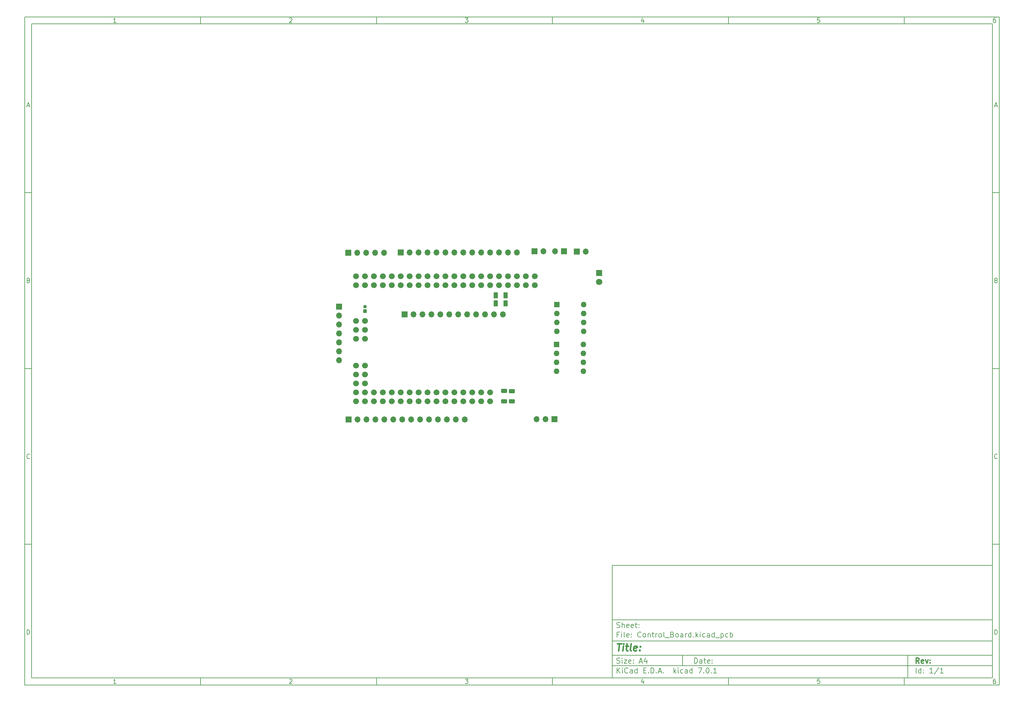
<source format=gbr>
%TF.GenerationSoftware,KiCad,Pcbnew,7.0.1*%
%TF.CreationDate,2023-09-27T13:27:15+00:00*%
%TF.ProjectId,Control_Board,436f6e74-726f-46c5-9f42-6f6172642e6b,rev?*%
%TF.SameCoordinates,Original*%
%TF.FileFunction,Soldermask,Bot*%
%TF.FilePolarity,Negative*%
%FSLAX45Y45*%
G04 Gerber Fmt 4.5, Leading zero omitted, Abs format (unit mm)*
G04 Created by KiCad (PCBNEW 7.0.1) date 2023-09-27 13:27:15*
%MOMM*%
%LPD*%
G01*
G04 APERTURE LIST*
G04 Aperture macros list*
%AMRoundRect*
0 Rectangle with rounded corners*
0 $1 Rounding radius*
0 $2 $3 $4 $5 $6 $7 $8 $9 X,Y pos of 4 corners*
0 Add a 4 corners polygon primitive as box body*
4,1,4,$2,$3,$4,$5,$6,$7,$8,$9,$2,$3,0*
0 Add four circle primitives for the rounded corners*
1,1,$1+$1,$2,$3*
1,1,$1+$1,$4,$5*
1,1,$1+$1,$6,$7*
1,1,$1+$1,$8,$9*
0 Add four rect primitives between the rounded corners*
20,1,$1+$1,$2,$3,$4,$5,0*
20,1,$1+$1,$4,$5,$6,$7,0*
20,1,$1+$1,$6,$7,$8,$9,0*
20,1,$1+$1,$8,$9,$2,$3,0*%
G04 Aperture macros list end*
%ADD10C,0.100000*%
%ADD11C,0.150000*%
%ADD12C,0.300000*%
%ADD13C,0.400000*%
%ADD14R,1.600000X1.600000*%
%ADD15O,1.600000X1.600000*%
%ADD16R,1.800000X1.800000*%
%ADD17C,1.800000*%
%ADD18R,1.700000X1.700000*%
%ADD19O,1.700000X1.700000*%
%ADD20R,1.000000X1.000000*%
%ADD21O,1.000000X1.000000*%
%ADD22C,1.676400*%
%ADD23RoundRect,0.250000X-0.625000X0.312500X-0.625000X-0.312500X0.625000X-0.312500X0.625000X0.312500X0*%
%ADD24RoundRect,0.250000X-0.375000X-0.625000X0.375000X-0.625000X0.375000X0.625000X-0.375000X0.625000X0*%
%ADD25RoundRect,0.250000X0.625000X-0.312500X0.625000X0.312500X-0.625000X0.312500X-0.625000X-0.312500X0*%
G04 APERTURE END LIST*
D10*
D11*
X17700220Y-16600720D02*
X28500220Y-16600720D01*
X28500220Y-19800720D01*
X17700220Y-19800720D01*
X17700220Y-16600720D01*
D10*
D11*
X1000000Y-1000000D02*
X28700220Y-1000000D01*
X28700220Y-20000720D01*
X1000000Y-20000720D01*
X1000000Y-1000000D01*
D10*
D11*
X1200000Y-1200000D02*
X28500220Y-1200000D01*
X28500220Y-19800720D01*
X1200000Y-19800720D01*
X1200000Y-1200000D01*
D10*
D11*
X6000000Y-1200000D02*
X6000000Y-1000000D01*
D10*
D11*
X11000000Y-1200000D02*
X11000000Y-1000000D01*
D10*
D11*
X16000000Y-1200000D02*
X16000000Y-1000000D01*
D10*
D11*
X21000000Y-1200000D02*
X21000000Y-1000000D01*
D10*
D11*
X26000000Y-1200000D02*
X26000000Y-1000000D01*
D10*
D11*
X3599048Y-1160140D02*
X3524762Y-1160140D01*
X3561905Y-1160140D02*
X3561905Y-1030140D01*
X3561905Y-1030140D02*
X3549524Y-1048712D01*
X3549524Y-1048712D02*
X3537143Y-1061093D01*
X3537143Y-1061093D02*
X3524762Y-1067283D01*
D10*
D11*
X8524762Y-1042521D02*
X8530952Y-1036331D01*
X8530952Y-1036331D02*
X8543333Y-1030140D01*
X8543333Y-1030140D02*
X8574286Y-1030140D01*
X8574286Y-1030140D02*
X8586667Y-1036331D01*
X8586667Y-1036331D02*
X8592857Y-1042521D01*
X8592857Y-1042521D02*
X8599048Y-1054902D01*
X8599048Y-1054902D02*
X8599048Y-1067283D01*
X8599048Y-1067283D02*
X8592857Y-1085855D01*
X8592857Y-1085855D02*
X8518571Y-1160140D01*
X8518571Y-1160140D02*
X8599048Y-1160140D01*
D10*
D11*
X13518571Y-1030140D02*
X13599048Y-1030140D01*
X13599048Y-1030140D02*
X13555714Y-1079664D01*
X13555714Y-1079664D02*
X13574286Y-1079664D01*
X13574286Y-1079664D02*
X13586667Y-1085855D01*
X13586667Y-1085855D02*
X13592857Y-1092045D01*
X13592857Y-1092045D02*
X13599048Y-1104426D01*
X13599048Y-1104426D02*
X13599048Y-1135379D01*
X13599048Y-1135379D02*
X13592857Y-1147760D01*
X13592857Y-1147760D02*
X13586667Y-1153950D01*
X13586667Y-1153950D02*
X13574286Y-1160140D01*
X13574286Y-1160140D02*
X13537143Y-1160140D01*
X13537143Y-1160140D02*
X13524762Y-1153950D01*
X13524762Y-1153950D02*
X13518571Y-1147760D01*
D10*
D11*
X18586667Y-1073474D02*
X18586667Y-1160140D01*
X18555714Y-1023950D02*
X18524762Y-1116807D01*
X18524762Y-1116807D02*
X18605238Y-1116807D01*
D10*
D11*
X23592857Y-1030140D02*
X23530952Y-1030140D01*
X23530952Y-1030140D02*
X23524762Y-1092045D01*
X23524762Y-1092045D02*
X23530952Y-1085855D01*
X23530952Y-1085855D02*
X23543333Y-1079664D01*
X23543333Y-1079664D02*
X23574286Y-1079664D01*
X23574286Y-1079664D02*
X23586667Y-1085855D01*
X23586667Y-1085855D02*
X23592857Y-1092045D01*
X23592857Y-1092045D02*
X23599048Y-1104426D01*
X23599048Y-1104426D02*
X23599048Y-1135379D01*
X23599048Y-1135379D02*
X23592857Y-1147760D01*
X23592857Y-1147760D02*
X23586667Y-1153950D01*
X23586667Y-1153950D02*
X23574286Y-1160140D01*
X23574286Y-1160140D02*
X23543333Y-1160140D01*
X23543333Y-1160140D02*
X23530952Y-1153950D01*
X23530952Y-1153950D02*
X23524762Y-1147760D01*
D10*
D11*
X28586667Y-1030140D02*
X28561905Y-1030140D01*
X28561905Y-1030140D02*
X28549524Y-1036331D01*
X28549524Y-1036331D02*
X28543333Y-1042521D01*
X28543333Y-1042521D02*
X28530952Y-1061093D01*
X28530952Y-1061093D02*
X28524762Y-1085855D01*
X28524762Y-1085855D02*
X28524762Y-1135379D01*
X28524762Y-1135379D02*
X28530952Y-1147760D01*
X28530952Y-1147760D02*
X28537143Y-1153950D01*
X28537143Y-1153950D02*
X28549524Y-1160140D01*
X28549524Y-1160140D02*
X28574286Y-1160140D01*
X28574286Y-1160140D02*
X28586667Y-1153950D01*
X28586667Y-1153950D02*
X28592857Y-1147760D01*
X28592857Y-1147760D02*
X28599048Y-1135379D01*
X28599048Y-1135379D02*
X28599048Y-1104426D01*
X28599048Y-1104426D02*
X28592857Y-1092045D01*
X28592857Y-1092045D02*
X28586667Y-1085855D01*
X28586667Y-1085855D02*
X28574286Y-1079664D01*
X28574286Y-1079664D02*
X28549524Y-1079664D01*
X28549524Y-1079664D02*
X28537143Y-1085855D01*
X28537143Y-1085855D02*
X28530952Y-1092045D01*
X28530952Y-1092045D02*
X28524762Y-1104426D01*
D10*
D11*
X6000000Y-19800720D02*
X6000000Y-20000720D01*
D10*
D11*
X11000000Y-19800720D02*
X11000000Y-20000720D01*
D10*
D11*
X16000000Y-19800720D02*
X16000000Y-20000720D01*
D10*
D11*
X21000000Y-19800720D02*
X21000000Y-20000720D01*
D10*
D11*
X26000000Y-19800720D02*
X26000000Y-20000720D01*
D10*
D11*
X3599048Y-19960860D02*
X3524762Y-19960860D01*
X3561905Y-19960860D02*
X3561905Y-19830860D01*
X3561905Y-19830860D02*
X3549524Y-19849432D01*
X3549524Y-19849432D02*
X3537143Y-19861813D01*
X3537143Y-19861813D02*
X3524762Y-19868003D01*
D10*
D11*
X8524762Y-19843241D02*
X8530952Y-19837051D01*
X8530952Y-19837051D02*
X8543333Y-19830860D01*
X8543333Y-19830860D02*
X8574286Y-19830860D01*
X8574286Y-19830860D02*
X8586667Y-19837051D01*
X8586667Y-19837051D02*
X8592857Y-19843241D01*
X8592857Y-19843241D02*
X8599048Y-19855622D01*
X8599048Y-19855622D02*
X8599048Y-19868003D01*
X8599048Y-19868003D02*
X8592857Y-19886575D01*
X8592857Y-19886575D02*
X8518571Y-19960860D01*
X8518571Y-19960860D02*
X8599048Y-19960860D01*
D10*
D11*
X13518571Y-19830860D02*
X13599048Y-19830860D01*
X13599048Y-19830860D02*
X13555714Y-19880384D01*
X13555714Y-19880384D02*
X13574286Y-19880384D01*
X13574286Y-19880384D02*
X13586667Y-19886575D01*
X13586667Y-19886575D02*
X13592857Y-19892765D01*
X13592857Y-19892765D02*
X13599048Y-19905146D01*
X13599048Y-19905146D02*
X13599048Y-19936099D01*
X13599048Y-19936099D02*
X13592857Y-19948480D01*
X13592857Y-19948480D02*
X13586667Y-19954670D01*
X13586667Y-19954670D02*
X13574286Y-19960860D01*
X13574286Y-19960860D02*
X13537143Y-19960860D01*
X13537143Y-19960860D02*
X13524762Y-19954670D01*
X13524762Y-19954670D02*
X13518571Y-19948480D01*
D10*
D11*
X18586667Y-19874194D02*
X18586667Y-19960860D01*
X18555714Y-19824670D02*
X18524762Y-19917527D01*
X18524762Y-19917527D02*
X18605238Y-19917527D01*
D10*
D11*
X23592857Y-19830860D02*
X23530952Y-19830860D01*
X23530952Y-19830860D02*
X23524762Y-19892765D01*
X23524762Y-19892765D02*
X23530952Y-19886575D01*
X23530952Y-19886575D02*
X23543333Y-19880384D01*
X23543333Y-19880384D02*
X23574286Y-19880384D01*
X23574286Y-19880384D02*
X23586667Y-19886575D01*
X23586667Y-19886575D02*
X23592857Y-19892765D01*
X23592857Y-19892765D02*
X23599048Y-19905146D01*
X23599048Y-19905146D02*
X23599048Y-19936099D01*
X23599048Y-19936099D02*
X23592857Y-19948480D01*
X23592857Y-19948480D02*
X23586667Y-19954670D01*
X23586667Y-19954670D02*
X23574286Y-19960860D01*
X23574286Y-19960860D02*
X23543333Y-19960860D01*
X23543333Y-19960860D02*
X23530952Y-19954670D01*
X23530952Y-19954670D02*
X23524762Y-19948480D01*
D10*
D11*
X28586667Y-19830860D02*
X28561905Y-19830860D01*
X28561905Y-19830860D02*
X28549524Y-19837051D01*
X28549524Y-19837051D02*
X28543333Y-19843241D01*
X28543333Y-19843241D02*
X28530952Y-19861813D01*
X28530952Y-19861813D02*
X28524762Y-19886575D01*
X28524762Y-19886575D02*
X28524762Y-19936099D01*
X28524762Y-19936099D02*
X28530952Y-19948480D01*
X28530952Y-19948480D02*
X28537143Y-19954670D01*
X28537143Y-19954670D02*
X28549524Y-19960860D01*
X28549524Y-19960860D02*
X28574286Y-19960860D01*
X28574286Y-19960860D02*
X28586667Y-19954670D01*
X28586667Y-19954670D02*
X28592857Y-19948480D01*
X28592857Y-19948480D02*
X28599048Y-19936099D01*
X28599048Y-19936099D02*
X28599048Y-19905146D01*
X28599048Y-19905146D02*
X28592857Y-19892765D01*
X28592857Y-19892765D02*
X28586667Y-19886575D01*
X28586667Y-19886575D02*
X28574286Y-19880384D01*
X28574286Y-19880384D02*
X28549524Y-19880384D01*
X28549524Y-19880384D02*
X28537143Y-19886575D01*
X28537143Y-19886575D02*
X28530952Y-19892765D01*
X28530952Y-19892765D02*
X28524762Y-19905146D01*
D10*
D11*
X1000000Y-6000000D02*
X1200000Y-6000000D01*
D10*
D11*
X1000000Y-11000000D02*
X1200000Y-11000000D01*
D10*
D11*
X1000000Y-16000000D02*
X1200000Y-16000000D01*
D10*
D11*
X1069048Y-3522998D02*
X1130952Y-3522998D01*
X1056667Y-3560140D02*
X1100000Y-3430140D01*
X1100000Y-3430140D02*
X1143333Y-3560140D01*
D10*
D11*
X1109286Y-8492045D02*
X1127857Y-8498236D01*
X1127857Y-8498236D02*
X1134048Y-8504426D01*
X1134048Y-8504426D02*
X1140238Y-8516807D01*
X1140238Y-8516807D02*
X1140238Y-8535379D01*
X1140238Y-8535379D02*
X1134048Y-8547760D01*
X1134048Y-8547760D02*
X1127857Y-8553950D01*
X1127857Y-8553950D02*
X1115476Y-8560140D01*
X1115476Y-8560140D02*
X1065952Y-8560140D01*
X1065952Y-8560140D02*
X1065952Y-8430140D01*
X1065952Y-8430140D02*
X1109286Y-8430140D01*
X1109286Y-8430140D02*
X1121667Y-8436331D01*
X1121667Y-8436331D02*
X1127857Y-8442521D01*
X1127857Y-8442521D02*
X1134048Y-8454902D01*
X1134048Y-8454902D02*
X1134048Y-8467283D01*
X1134048Y-8467283D02*
X1127857Y-8479664D01*
X1127857Y-8479664D02*
X1121667Y-8485855D01*
X1121667Y-8485855D02*
X1109286Y-8492045D01*
X1109286Y-8492045D02*
X1065952Y-8492045D01*
D10*
D11*
X1140238Y-13547759D02*
X1134048Y-13553950D01*
X1134048Y-13553950D02*
X1115476Y-13560140D01*
X1115476Y-13560140D02*
X1103095Y-13560140D01*
X1103095Y-13560140D02*
X1084524Y-13553950D01*
X1084524Y-13553950D02*
X1072143Y-13541569D01*
X1072143Y-13541569D02*
X1065952Y-13529188D01*
X1065952Y-13529188D02*
X1059762Y-13504426D01*
X1059762Y-13504426D02*
X1059762Y-13485855D01*
X1059762Y-13485855D02*
X1065952Y-13461093D01*
X1065952Y-13461093D02*
X1072143Y-13448712D01*
X1072143Y-13448712D02*
X1084524Y-13436331D01*
X1084524Y-13436331D02*
X1103095Y-13430140D01*
X1103095Y-13430140D02*
X1115476Y-13430140D01*
X1115476Y-13430140D02*
X1134048Y-13436331D01*
X1134048Y-13436331D02*
X1140238Y-13442521D01*
D10*
D11*
X1065952Y-18560140D02*
X1065952Y-18430140D01*
X1065952Y-18430140D02*
X1096905Y-18430140D01*
X1096905Y-18430140D02*
X1115476Y-18436331D01*
X1115476Y-18436331D02*
X1127857Y-18448712D01*
X1127857Y-18448712D02*
X1134048Y-18461093D01*
X1134048Y-18461093D02*
X1140238Y-18485855D01*
X1140238Y-18485855D02*
X1140238Y-18504426D01*
X1140238Y-18504426D02*
X1134048Y-18529188D01*
X1134048Y-18529188D02*
X1127857Y-18541569D01*
X1127857Y-18541569D02*
X1115476Y-18553950D01*
X1115476Y-18553950D02*
X1096905Y-18560140D01*
X1096905Y-18560140D02*
X1065952Y-18560140D01*
D10*
D11*
X28700220Y-6000000D02*
X28500220Y-6000000D01*
D10*
D11*
X28700220Y-11000000D02*
X28500220Y-11000000D01*
D10*
D11*
X28700220Y-16000000D02*
X28500220Y-16000000D01*
D10*
D11*
X28569268Y-3522998D02*
X28631172Y-3522998D01*
X28556887Y-3560140D02*
X28600220Y-3430140D01*
X28600220Y-3430140D02*
X28643553Y-3560140D01*
D10*
D11*
X28609506Y-8492045D02*
X28628077Y-8498236D01*
X28628077Y-8498236D02*
X28634268Y-8504426D01*
X28634268Y-8504426D02*
X28640458Y-8516807D01*
X28640458Y-8516807D02*
X28640458Y-8535379D01*
X28640458Y-8535379D02*
X28634268Y-8547760D01*
X28634268Y-8547760D02*
X28628077Y-8553950D01*
X28628077Y-8553950D02*
X28615696Y-8560140D01*
X28615696Y-8560140D02*
X28566172Y-8560140D01*
X28566172Y-8560140D02*
X28566172Y-8430140D01*
X28566172Y-8430140D02*
X28609506Y-8430140D01*
X28609506Y-8430140D02*
X28621887Y-8436331D01*
X28621887Y-8436331D02*
X28628077Y-8442521D01*
X28628077Y-8442521D02*
X28634268Y-8454902D01*
X28634268Y-8454902D02*
X28634268Y-8467283D01*
X28634268Y-8467283D02*
X28628077Y-8479664D01*
X28628077Y-8479664D02*
X28621887Y-8485855D01*
X28621887Y-8485855D02*
X28609506Y-8492045D01*
X28609506Y-8492045D02*
X28566172Y-8492045D01*
D10*
D11*
X28640458Y-13547759D02*
X28634268Y-13553950D01*
X28634268Y-13553950D02*
X28615696Y-13560140D01*
X28615696Y-13560140D02*
X28603315Y-13560140D01*
X28603315Y-13560140D02*
X28584744Y-13553950D01*
X28584744Y-13553950D02*
X28572363Y-13541569D01*
X28572363Y-13541569D02*
X28566172Y-13529188D01*
X28566172Y-13529188D02*
X28559982Y-13504426D01*
X28559982Y-13504426D02*
X28559982Y-13485855D01*
X28559982Y-13485855D02*
X28566172Y-13461093D01*
X28566172Y-13461093D02*
X28572363Y-13448712D01*
X28572363Y-13448712D02*
X28584744Y-13436331D01*
X28584744Y-13436331D02*
X28603315Y-13430140D01*
X28603315Y-13430140D02*
X28615696Y-13430140D01*
X28615696Y-13430140D02*
X28634268Y-13436331D01*
X28634268Y-13436331D02*
X28640458Y-13442521D01*
D10*
D11*
X28566172Y-18560140D02*
X28566172Y-18430140D01*
X28566172Y-18430140D02*
X28597125Y-18430140D01*
X28597125Y-18430140D02*
X28615696Y-18436331D01*
X28615696Y-18436331D02*
X28628077Y-18448712D01*
X28628077Y-18448712D02*
X28634268Y-18461093D01*
X28634268Y-18461093D02*
X28640458Y-18485855D01*
X28640458Y-18485855D02*
X28640458Y-18504426D01*
X28640458Y-18504426D02*
X28634268Y-18529188D01*
X28634268Y-18529188D02*
X28628077Y-18541569D01*
X28628077Y-18541569D02*
X28615696Y-18553950D01*
X28615696Y-18553950D02*
X28597125Y-18560140D01*
X28597125Y-18560140D02*
X28566172Y-18560140D01*
D10*
D11*
X20035934Y-19380113D02*
X20035934Y-19230113D01*
X20035934Y-19230113D02*
X20071649Y-19230113D01*
X20071649Y-19230113D02*
X20093077Y-19237256D01*
X20093077Y-19237256D02*
X20107363Y-19251541D01*
X20107363Y-19251541D02*
X20114506Y-19265827D01*
X20114506Y-19265827D02*
X20121649Y-19294399D01*
X20121649Y-19294399D02*
X20121649Y-19315827D01*
X20121649Y-19315827D02*
X20114506Y-19344399D01*
X20114506Y-19344399D02*
X20107363Y-19358684D01*
X20107363Y-19358684D02*
X20093077Y-19372970D01*
X20093077Y-19372970D02*
X20071649Y-19380113D01*
X20071649Y-19380113D02*
X20035934Y-19380113D01*
X20250220Y-19380113D02*
X20250220Y-19301541D01*
X20250220Y-19301541D02*
X20243077Y-19287256D01*
X20243077Y-19287256D02*
X20228791Y-19280113D01*
X20228791Y-19280113D02*
X20200220Y-19280113D01*
X20200220Y-19280113D02*
X20185934Y-19287256D01*
X20250220Y-19372970D02*
X20235934Y-19380113D01*
X20235934Y-19380113D02*
X20200220Y-19380113D01*
X20200220Y-19380113D02*
X20185934Y-19372970D01*
X20185934Y-19372970D02*
X20178791Y-19358684D01*
X20178791Y-19358684D02*
X20178791Y-19344399D01*
X20178791Y-19344399D02*
X20185934Y-19330113D01*
X20185934Y-19330113D02*
X20200220Y-19322970D01*
X20200220Y-19322970D02*
X20235934Y-19322970D01*
X20235934Y-19322970D02*
X20250220Y-19315827D01*
X20300220Y-19280113D02*
X20357363Y-19280113D01*
X20321649Y-19230113D02*
X20321649Y-19358684D01*
X20321649Y-19358684D02*
X20328791Y-19372970D01*
X20328791Y-19372970D02*
X20343077Y-19380113D01*
X20343077Y-19380113D02*
X20357363Y-19380113D01*
X20464506Y-19372970D02*
X20450220Y-19380113D01*
X20450220Y-19380113D02*
X20421649Y-19380113D01*
X20421649Y-19380113D02*
X20407363Y-19372970D01*
X20407363Y-19372970D02*
X20400220Y-19358684D01*
X20400220Y-19358684D02*
X20400220Y-19301541D01*
X20400220Y-19301541D02*
X20407363Y-19287256D01*
X20407363Y-19287256D02*
X20421649Y-19280113D01*
X20421649Y-19280113D02*
X20450220Y-19280113D01*
X20450220Y-19280113D02*
X20464506Y-19287256D01*
X20464506Y-19287256D02*
X20471649Y-19301541D01*
X20471649Y-19301541D02*
X20471649Y-19315827D01*
X20471649Y-19315827D02*
X20400220Y-19330113D01*
X20535934Y-19365827D02*
X20543077Y-19372970D01*
X20543077Y-19372970D02*
X20535934Y-19380113D01*
X20535934Y-19380113D02*
X20528791Y-19372970D01*
X20528791Y-19372970D02*
X20535934Y-19365827D01*
X20535934Y-19365827D02*
X20535934Y-19380113D01*
X20535934Y-19287256D02*
X20543077Y-19294399D01*
X20543077Y-19294399D02*
X20535934Y-19301541D01*
X20535934Y-19301541D02*
X20528791Y-19294399D01*
X20528791Y-19294399D02*
X20535934Y-19287256D01*
X20535934Y-19287256D02*
X20535934Y-19301541D01*
D10*
D11*
X17700220Y-19450720D02*
X28500220Y-19450720D01*
D10*
D11*
X17835934Y-19660113D02*
X17835934Y-19510113D01*
X17921649Y-19660113D02*
X17857363Y-19574399D01*
X17921649Y-19510113D02*
X17835934Y-19595827D01*
X17985934Y-19660113D02*
X17985934Y-19560113D01*
X17985934Y-19510113D02*
X17978791Y-19517256D01*
X17978791Y-19517256D02*
X17985934Y-19524399D01*
X17985934Y-19524399D02*
X17993077Y-19517256D01*
X17993077Y-19517256D02*
X17985934Y-19510113D01*
X17985934Y-19510113D02*
X17985934Y-19524399D01*
X18143077Y-19645827D02*
X18135934Y-19652970D01*
X18135934Y-19652970D02*
X18114506Y-19660113D01*
X18114506Y-19660113D02*
X18100220Y-19660113D01*
X18100220Y-19660113D02*
X18078791Y-19652970D01*
X18078791Y-19652970D02*
X18064506Y-19638684D01*
X18064506Y-19638684D02*
X18057363Y-19624399D01*
X18057363Y-19624399D02*
X18050220Y-19595827D01*
X18050220Y-19595827D02*
X18050220Y-19574399D01*
X18050220Y-19574399D02*
X18057363Y-19545827D01*
X18057363Y-19545827D02*
X18064506Y-19531541D01*
X18064506Y-19531541D02*
X18078791Y-19517256D01*
X18078791Y-19517256D02*
X18100220Y-19510113D01*
X18100220Y-19510113D02*
X18114506Y-19510113D01*
X18114506Y-19510113D02*
X18135934Y-19517256D01*
X18135934Y-19517256D02*
X18143077Y-19524399D01*
X18271649Y-19660113D02*
X18271649Y-19581541D01*
X18271649Y-19581541D02*
X18264506Y-19567256D01*
X18264506Y-19567256D02*
X18250220Y-19560113D01*
X18250220Y-19560113D02*
X18221649Y-19560113D01*
X18221649Y-19560113D02*
X18207363Y-19567256D01*
X18271649Y-19652970D02*
X18257363Y-19660113D01*
X18257363Y-19660113D02*
X18221649Y-19660113D01*
X18221649Y-19660113D02*
X18207363Y-19652970D01*
X18207363Y-19652970D02*
X18200220Y-19638684D01*
X18200220Y-19638684D02*
X18200220Y-19624399D01*
X18200220Y-19624399D02*
X18207363Y-19610113D01*
X18207363Y-19610113D02*
X18221649Y-19602970D01*
X18221649Y-19602970D02*
X18257363Y-19602970D01*
X18257363Y-19602970D02*
X18271649Y-19595827D01*
X18407363Y-19660113D02*
X18407363Y-19510113D01*
X18407363Y-19652970D02*
X18393077Y-19660113D01*
X18393077Y-19660113D02*
X18364506Y-19660113D01*
X18364506Y-19660113D02*
X18350220Y-19652970D01*
X18350220Y-19652970D02*
X18343077Y-19645827D01*
X18343077Y-19645827D02*
X18335934Y-19631541D01*
X18335934Y-19631541D02*
X18335934Y-19588684D01*
X18335934Y-19588684D02*
X18343077Y-19574399D01*
X18343077Y-19574399D02*
X18350220Y-19567256D01*
X18350220Y-19567256D02*
X18364506Y-19560113D01*
X18364506Y-19560113D02*
X18393077Y-19560113D01*
X18393077Y-19560113D02*
X18407363Y-19567256D01*
X18593077Y-19581541D02*
X18643077Y-19581541D01*
X18664506Y-19660113D02*
X18593077Y-19660113D01*
X18593077Y-19660113D02*
X18593077Y-19510113D01*
X18593077Y-19510113D02*
X18664506Y-19510113D01*
X18728791Y-19645827D02*
X18735934Y-19652970D01*
X18735934Y-19652970D02*
X18728791Y-19660113D01*
X18728791Y-19660113D02*
X18721649Y-19652970D01*
X18721649Y-19652970D02*
X18728791Y-19645827D01*
X18728791Y-19645827D02*
X18728791Y-19660113D01*
X18800220Y-19660113D02*
X18800220Y-19510113D01*
X18800220Y-19510113D02*
X18835934Y-19510113D01*
X18835934Y-19510113D02*
X18857363Y-19517256D01*
X18857363Y-19517256D02*
X18871649Y-19531541D01*
X18871649Y-19531541D02*
X18878792Y-19545827D01*
X18878792Y-19545827D02*
X18885934Y-19574399D01*
X18885934Y-19574399D02*
X18885934Y-19595827D01*
X18885934Y-19595827D02*
X18878792Y-19624399D01*
X18878792Y-19624399D02*
X18871649Y-19638684D01*
X18871649Y-19638684D02*
X18857363Y-19652970D01*
X18857363Y-19652970D02*
X18835934Y-19660113D01*
X18835934Y-19660113D02*
X18800220Y-19660113D01*
X18950220Y-19645827D02*
X18957363Y-19652970D01*
X18957363Y-19652970D02*
X18950220Y-19660113D01*
X18950220Y-19660113D02*
X18943077Y-19652970D01*
X18943077Y-19652970D02*
X18950220Y-19645827D01*
X18950220Y-19645827D02*
X18950220Y-19660113D01*
X19014506Y-19617256D02*
X19085934Y-19617256D01*
X19000220Y-19660113D02*
X19050220Y-19510113D01*
X19050220Y-19510113D02*
X19100220Y-19660113D01*
X19150220Y-19645827D02*
X19157363Y-19652970D01*
X19157363Y-19652970D02*
X19150220Y-19660113D01*
X19150220Y-19660113D02*
X19143077Y-19652970D01*
X19143077Y-19652970D02*
X19150220Y-19645827D01*
X19150220Y-19645827D02*
X19150220Y-19660113D01*
X19450220Y-19660113D02*
X19450220Y-19510113D01*
X19464506Y-19602970D02*
X19507363Y-19660113D01*
X19507363Y-19560113D02*
X19450220Y-19617256D01*
X19571649Y-19660113D02*
X19571649Y-19560113D01*
X19571649Y-19510113D02*
X19564506Y-19517256D01*
X19564506Y-19517256D02*
X19571649Y-19524399D01*
X19571649Y-19524399D02*
X19578792Y-19517256D01*
X19578792Y-19517256D02*
X19571649Y-19510113D01*
X19571649Y-19510113D02*
X19571649Y-19524399D01*
X19707363Y-19652970D02*
X19693077Y-19660113D01*
X19693077Y-19660113D02*
X19664506Y-19660113D01*
X19664506Y-19660113D02*
X19650220Y-19652970D01*
X19650220Y-19652970D02*
X19643077Y-19645827D01*
X19643077Y-19645827D02*
X19635934Y-19631541D01*
X19635934Y-19631541D02*
X19635934Y-19588684D01*
X19635934Y-19588684D02*
X19643077Y-19574399D01*
X19643077Y-19574399D02*
X19650220Y-19567256D01*
X19650220Y-19567256D02*
X19664506Y-19560113D01*
X19664506Y-19560113D02*
X19693077Y-19560113D01*
X19693077Y-19560113D02*
X19707363Y-19567256D01*
X19835934Y-19660113D02*
X19835934Y-19581541D01*
X19835934Y-19581541D02*
X19828792Y-19567256D01*
X19828792Y-19567256D02*
X19814506Y-19560113D01*
X19814506Y-19560113D02*
X19785934Y-19560113D01*
X19785934Y-19560113D02*
X19771649Y-19567256D01*
X19835934Y-19652970D02*
X19821649Y-19660113D01*
X19821649Y-19660113D02*
X19785934Y-19660113D01*
X19785934Y-19660113D02*
X19771649Y-19652970D01*
X19771649Y-19652970D02*
X19764506Y-19638684D01*
X19764506Y-19638684D02*
X19764506Y-19624399D01*
X19764506Y-19624399D02*
X19771649Y-19610113D01*
X19771649Y-19610113D02*
X19785934Y-19602970D01*
X19785934Y-19602970D02*
X19821649Y-19602970D01*
X19821649Y-19602970D02*
X19835934Y-19595827D01*
X19971649Y-19660113D02*
X19971649Y-19510113D01*
X19971649Y-19652970D02*
X19957363Y-19660113D01*
X19957363Y-19660113D02*
X19928792Y-19660113D01*
X19928792Y-19660113D02*
X19914506Y-19652970D01*
X19914506Y-19652970D02*
X19907363Y-19645827D01*
X19907363Y-19645827D02*
X19900220Y-19631541D01*
X19900220Y-19631541D02*
X19900220Y-19588684D01*
X19900220Y-19588684D02*
X19907363Y-19574399D01*
X19907363Y-19574399D02*
X19914506Y-19567256D01*
X19914506Y-19567256D02*
X19928792Y-19560113D01*
X19928792Y-19560113D02*
X19957363Y-19560113D01*
X19957363Y-19560113D02*
X19971649Y-19567256D01*
X20143077Y-19510113D02*
X20243077Y-19510113D01*
X20243077Y-19510113D02*
X20178792Y-19660113D01*
X20300220Y-19645827D02*
X20307363Y-19652970D01*
X20307363Y-19652970D02*
X20300220Y-19660113D01*
X20300220Y-19660113D02*
X20293077Y-19652970D01*
X20293077Y-19652970D02*
X20300220Y-19645827D01*
X20300220Y-19645827D02*
X20300220Y-19660113D01*
X20400220Y-19510113D02*
X20414506Y-19510113D01*
X20414506Y-19510113D02*
X20428792Y-19517256D01*
X20428792Y-19517256D02*
X20435934Y-19524399D01*
X20435934Y-19524399D02*
X20443077Y-19538684D01*
X20443077Y-19538684D02*
X20450220Y-19567256D01*
X20450220Y-19567256D02*
X20450220Y-19602970D01*
X20450220Y-19602970D02*
X20443077Y-19631541D01*
X20443077Y-19631541D02*
X20435934Y-19645827D01*
X20435934Y-19645827D02*
X20428792Y-19652970D01*
X20428792Y-19652970D02*
X20414506Y-19660113D01*
X20414506Y-19660113D02*
X20400220Y-19660113D01*
X20400220Y-19660113D02*
X20385934Y-19652970D01*
X20385934Y-19652970D02*
X20378792Y-19645827D01*
X20378792Y-19645827D02*
X20371649Y-19631541D01*
X20371649Y-19631541D02*
X20364506Y-19602970D01*
X20364506Y-19602970D02*
X20364506Y-19567256D01*
X20364506Y-19567256D02*
X20371649Y-19538684D01*
X20371649Y-19538684D02*
X20378792Y-19524399D01*
X20378792Y-19524399D02*
X20385934Y-19517256D01*
X20385934Y-19517256D02*
X20400220Y-19510113D01*
X20514506Y-19645827D02*
X20521649Y-19652970D01*
X20521649Y-19652970D02*
X20514506Y-19660113D01*
X20514506Y-19660113D02*
X20507363Y-19652970D01*
X20507363Y-19652970D02*
X20514506Y-19645827D01*
X20514506Y-19645827D02*
X20514506Y-19660113D01*
X20664506Y-19660113D02*
X20578792Y-19660113D01*
X20621649Y-19660113D02*
X20621649Y-19510113D01*
X20621649Y-19510113D02*
X20607363Y-19531541D01*
X20607363Y-19531541D02*
X20593077Y-19545827D01*
X20593077Y-19545827D02*
X20578792Y-19552970D01*
D10*
D11*
X17700220Y-19150720D02*
X28500220Y-19150720D01*
D10*
D12*
X26421648Y-19380113D02*
X26371648Y-19308684D01*
X26335934Y-19380113D02*
X26335934Y-19230113D01*
X26335934Y-19230113D02*
X26393077Y-19230113D01*
X26393077Y-19230113D02*
X26407363Y-19237256D01*
X26407363Y-19237256D02*
X26414506Y-19244399D01*
X26414506Y-19244399D02*
X26421648Y-19258684D01*
X26421648Y-19258684D02*
X26421648Y-19280113D01*
X26421648Y-19280113D02*
X26414506Y-19294399D01*
X26414506Y-19294399D02*
X26407363Y-19301541D01*
X26407363Y-19301541D02*
X26393077Y-19308684D01*
X26393077Y-19308684D02*
X26335934Y-19308684D01*
X26543077Y-19372970D02*
X26528791Y-19380113D01*
X26528791Y-19380113D02*
X26500220Y-19380113D01*
X26500220Y-19380113D02*
X26485934Y-19372970D01*
X26485934Y-19372970D02*
X26478791Y-19358684D01*
X26478791Y-19358684D02*
X26478791Y-19301541D01*
X26478791Y-19301541D02*
X26485934Y-19287256D01*
X26485934Y-19287256D02*
X26500220Y-19280113D01*
X26500220Y-19280113D02*
X26528791Y-19280113D01*
X26528791Y-19280113D02*
X26543077Y-19287256D01*
X26543077Y-19287256D02*
X26550220Y-19301541D01*
X26550220Y-19301541D02*
X26550220Y-19315827D01*
X26550220Y-19315827D02*
X26478791Y-19330113D01*
X26600220Y-19280113D02*
X26635934Y-19380113D01*
X26635934Y-19380113D02*
X26671648Y-19280113D01*
X26728791Y-19365827D02*
X26735934Y-19372970D01*
X26735934Y-19372970D02*
X26728791Y-19380113D01*
X26728791Y-19380113D02*
X26721648Y-19372970D01*
X26721648Y-19372970D02*
X26728791Y-19365827D01*
X26728791Y-19365827D02*
X26728791Y-19380113D01*
X26728791Y-19287256D02*
X26735934Y-19294399D01*
X26735934Y-19294399D02*
X26728791Y-19301541D01*
X26728791Y-19301541D02*
X26721648Y-19294399D01*
X26721648Y-19294399D02*
X26728791Y-19287256D01*
X26728791Y-19287256D02*
X26728791Y-19301541D01*
D10*
D11*
X17828791Y-19372970D02*
X17850220Y-19380113D01*
X17850220Y-19380113D02*
X17885934Y-19380113D01*
X17885934Y-19380113D02*
X17900220Y-19372970D01*
X17900220Y-19372970D02*
X17907363Y-19365827D01*
X17907363Y-19365827D02*
X17914506Y-19351541D01*
X17914506Y-19351541D02*
X17914506Y-19337256D01*
X17914506Y-19337256D02*
X17907363Y-19322970D01*
X17907363Y-19322970D02*
X17900220Y-19315827D01*
X17900220Y-19315827D02*
X17885934Y-19308684D01*
X17885934Y-19308684D02*
X17857363Y-19301541D01*
X17857363Y-19301541D02*
X17843077Y-19294399D01*
X17843077Y-19294399D02*
X17835934Y-19287256D01*
X17835934Y-19287256D02*
X17828791Y-19272970D01*
X17828791Y-19272970D02*
X17828791Y-19258684D01*
X17828791Y-19258684D02*
X17835934Y-19244399D01*
X17835934Y-19244399D02*
X17843077Y-19237256D01*
X17843077Y-19237256D02*
X17857363Y-19230113D01*
X17857363Y-19230113D02*
X17893077Y-19230113D01*
X17893077Y-19230113D02*
X17914506Y-19237256D01*
X17978791Y-19380113D02*
X17978791Y-19280113D01*
X17978791Y-19230113D02*
X17971649Y-19237256D01*
X17971649Y-19237256D02*
X17978791Y-19244399D01*
X17978791Y-19244399D02*
X17985934Y-19237256D01*
X17985934Y-19237256D02*
X17978791Y-19230113D01*
X17978791Y-19230113D02*
X17978791Y-19244399D01*
X18035934Y-19280113D02*
X18114506Y-19280113D01*
X18114506Y-19280113D02*
X18035934Y-19380113D01*
X18035934Y-19380113D02*
X18114506Y-19380113D01*
X18228791Y-19372970D02*
X18214506Y-19380113D01*
X18214506Y-19380113D02*
X18185934Y-19380113D01*
X18185934Y-19380113D02*
X18171649Y-19372970D01*
X18171649Y-19372970D02*
X18164506Y-19358684D01*
X18164506Y-19358684D02*
X18164506Y-19301541D01*
X18164506Y-19301541D02*
X18171649Y-19287256D01*
X18171649Y-19287256D02*
X18185934Y-19280113D01*
X18185934Y-19280113D02*
X18214506Y-19280113D01*
X18214506Y-19280113D02*
X18228791Y-19287256D01*
X18228791Y-19287256D02*
X18235934Y-19301541D01*
X18235934Y-19301541D02*
X18235934Y-19315827D01*
X18235934Y-19315827D02*
X18164506Y-19330113D01*
X18300220Y-19365827D02*
X18307363Y-19372970D01*
X18307363Y-19372970D02*
X18300220Y-19380113D01*
X18300220Y-19380113D02*
X18293077Y-19372970D01*
X18293077Y-19372970D02*
X18300220Y-19365827D01*
X18300220Y-19365827D02*
X18300220Y-19380113D01*
X18300220Y-19287256D02*
X18307363Y-19294399D01*
X18307363Y-19294399D02*
X18300220Y-19301541D01*
X18300220Y-19301541D02*
X18293077Y-19294399D01*
X18293077Y-19294399D02*
X18300220Y-19287256D01*
X18300220Y-19287256D02*
X18300220Y-19301541D01*
X18478791Y-19337256D02*
X18550220Y-19337256D01*
X18464506Y-19380113D02*
X18514506Y-19230113D01*
X18514506Y-19230113D02*
X18564506Y-19380113D01*
X18678791Y-19280113D02*
X18678791Y-19380113D01*
X18643077Y-19222970D02*
X18607363Y-19330113D01*
X18607363Y-19330113D02*
X18700220Y-19330113D01*
D10*
D11*
X26335934Y-19660113D02*
X26335934Y-19510113D01*
X26471649Y-19660113D02*
X26471649Y-19510113D01*
X26471649Y-19652970D02*
X26457363Y-19660113D01*
X26457363Y-19660113D02*
X26428791Y-19660113D01*
X26428791Y-19660113D02*
X26414506Y-19652970D01*
X26414506Y-19652970D02*
X26407363Y-19645827D01*
X26407363Y-19645827D02*
X26400220Y-19631541D01*
X26400220Y-19631541D02*
X26400220Y-19588684D01*
X26400220Y-19588684D02*
X26407363Y-19574399D01*
X26407363Y-19574399D02*
X26414506Y-19567256D01*
X26414506Y-19567256D02*
X26428791Y-19560113D01*
X26428791Y-19560113D02*
X26457363Y-19560113D01*
X26457363Y-19560113D02*
X26471649Y-19567256D01*
X26543077Y-19645827D02*
X26550220Y-19652970D01*
X26550220Y-19652970D02*
X26543077Y-19660113D01*
X26543077Y-19660113D02*
X26535934Y-19652970D01*
X26535934Y-19652970D02*
X26543077Y-19645827D01*
X26543077Y-19645827D02*
X26543077Y-19660113D01*
X26543077Y-19567256D02*
X26550220Y-19574399D01*
X26550220Y-19574399D02*
X26543077Y-19581541D01*
X26543077Y-19581541D02*
X26535934Y-19574399D01*
X26535934Y-19574399D02*
X26543077Y-19567256D01*
X26543077Y-19567256D02*
X26543077Y-19581541D01*
X26807363Y-19660113D02*
X26721649Y-19660113D01*
X26764506Y-19660113D02*
X26764506Y-19510113D01*
X26764506Y-19510113D02*
X26750220Y-19531541D01*
X26750220Y-19531541D02*
X26735934Y-19545827D01*
X26735934Y-19545827D02*
X26721649Y-19552970D01*
X26978791Y-19502970D02*
X26850220Y-19695827D01*
X27107363Y-19660113D02*
X27021649Y-19660113D01*
X27064506Y-19660113D02*
X27064506Y-19510113D01*
X27064506Y-19510113D02*
X27050220Y-19531541D01*
X27050220Y-19531541D02*
X27035934Y-19545827D01*
X27035934Y-19545827D02*
X27021649Y-19552970D01*
D10*
D11*
X17700220Y-18750720D02*
X28500220Y-18750720D01*
D10*
D13*
X17843077Y-18823244D02*
X17957363Y-18823244D01*
X17875220Y-19023244D02*
X17900220Y-18823244D01*
X17997839Y-19023244D02*
X18014506Y-18889910D01*
X18022839Y-18823244D02*
X18012125Y-18832768D01*
X18012125Y-18832768D02*
X18020458Y-18842291D01*
X18020458Y-18842291D02*
X18031172Y-18832768D01*
X18031172Y-18832768D02*
X18022839Y-18823244D01*
X18022839Y-18823244D02*
X18020458Y-18842291D01*
X18079982Y-18889910D02*
X18156172Y-18889910D01*
X18116887Y-18823244D02*
X18095458Y-18994672D01*
X18095458Y-18994672D02*
X18102601Y-19013720D01*
X18102601Y-19013720D02*
X18120458Y-19023244D01*
X18120458Y-19023244D02*
X18139506Y-19023244D01*
X18233553Y-19023244D02*
X18215696Y-19013720D01*
X18215696Y-19013720D02*
X18208553Y-18994672D01*
X18208553Y-18994672D02*
X18229982Y-18823244D01*
X18385934Y-19013720D02*
X18365696Y-19023244D01*
X18365696Y-19023244D02*
X18327601Y-19023244D01*
X18327601Y-19023244D02*
X18309744Y-19013720D01*
X18309744Y-19013720D02*
X18302601Y-18994672D01*
X18302601Y-18994672D02*
X18312125Y-18918482D01*
X18312125Y-18918482D02*
X18324029Y-18899434D01*
X18324029Y-18899434D02*
X18344268Y-18889910D01*
X18344268Y-18889910D02*
X18382363Y-18889910D01*
X18382363Y-18889910D02*
X18400220Y-18899434D01*
X18400220Y-18899434D02*
X18407363Y-18918482D01*
X18407363Y-18918482D02*
X18404982Y-18937530D01*
X18404982Y-18937530D02*
X18307363Y-18956577D01*
X18481172Y-19004196D02*
X18489506Y-19013720D01*
X18489506Y-19013720D02*
X18478791Y-19023244D01*
X18478791Y-19023244D02*
X18470458Y-19013720D01*
X18470458Y-19013720D02*
X18481172Y-19004196D01*
X18481172Y-19004196D02*
X18478791Y-19023244D01*
X18494268Y-18899434D02*
X18502601Y-18908958D01*
X18502601Y-18908958D02*
X18491887Y-18918482D01*
X18491887Y-18918482D02*
X18483553Y-18908958D01*
X18483553Y-18908958D02*
X18494268Y-18899434D01*
X18494268Y-18899434D02*
X18491887Y-18918482D01*
D10*
D11*
X17885934Y-18561541D02*
X17835934Y-18561541D01*
X17835934Y-18640113D02*
X17835934Y-18490113D01*
X17835934Y-18490113D02*
X17907363Y-18490113D01*
X17964506Y-18640113D02*
X17964506Y-18540113D01*
X17964506Y-18490113D02*
X17957363Y-18497256D01*
X17957363Y-18497256D02*
X17964506Y-18504399D01*
X17964506Y-18504399D02*
X17971649Y-18497256D01*
X17971649Y-18497256D02*
X17964506Y-18490113D01*
X17964506Y-18490113D02*
X17964506Y-18504399D01*
X18057363Y-18640113D02*
X18043077Y-18632970D01*
X18043077Y-18632970D02*
X18035934Y-18618684D01*
X18035934Y-18618684D02*
X18035934Y-18490113D01*
X18171649Y-18632970D02*
X18157363Y-18640113D01*
X18157363Y-18640113D02*
X18128791Y-18640113D01*
X18128791Y-18640113D02*
X18114506Y-18632970D01*
X18114506Y-18632970D02*
X18107363Y-18618684D01*
X18107363Y-18618684D02*
X18107363Y-18561541D01*
X18107363Y-18561541D02*
X18114506Y-18547256D01*
X18114506Y-18547256D02*
X18128791Y-18540113D01*
X18128791Y-18540113D02*
X18157363Y-18540113D01*
X18157363Y-18540113D02*
X18171649Y-18547256D01*
X18171649Y-18547256D02*
X18178791Y-18561541D01*
X18178791Y-18561541D02*
X18178791Y-18575827D01*
X18178791Y-18575827D02*
X18107363Y-18590113D01*
X18243077Y-18625827D02*
X18250220Y-18632970D01*
X18250220Y-18632970D02*
X18243077Y-18640113D01*
X18243077Y-18640113D02*
X18235934Y-18632970D01*
X18235934Y-18632970D02*
X18243077Y-18625827D01*
X18243077Y-18625827D02*
X18243077Y-18640113D01*
X18243077Y-18547256D02*
X18250220Y-18554399D01*
X18250220Y-18554399D02*
X18243077Y-18561541D01*
X18243077Y-18561541D02*
X18235934Y-18554399D01*
X18235934Y-18554399D02*
X18243077Y-18547256D01*
X18243077Y-18547256D02*
X18243077Y-18561541D01*
X18514506Y-18625827D02*
X18507363Y-18632970D01*
X18507363Y-18632970D02*
X18485934Y-18640113D01*
X18485934Y-18640113D02*
X18471649Y-18640113D01*
X18471649Y-18640113D02*
X18450220Y-18632970D01*
X18450220Y-18632970D02*
X18435934Y-18618684D01*
X18435934Y-18618684D02*
X18428791Y-18604399D01*
X18428791Y-18604399D02*
X18421649Y-18575827D01*
X18421649Y-18575827D02*
X18421649Y-18554399D01*
X18421649Y-18554399D02*
X18428791Y-18525827D01*
X18428791Y-18525827D02*
X18435934Y-18511541D01*
X18435934Y-18511541D02*
X18450220Y-18497256D01*
X18450220Y-18497256D02*
X18471649Y-18490113D01*
X18471649Y-18490113D02*
X18485934Y-18490113D01*
X18485934Y-18490113D02*
X18507363Y-18497256D01*
X18507363Y-18497256D02*
X18514506Y-18504399D01*
X18600220Y-18640113D02*
X18585934Y-18632970D01*
X18585934Y-18632970D02*
X18578791Y-18625827D01*
X18578791Y-18625827D02*
X18571649Y-18611541D01*
X18571649Y-18611541D02*
X18571649Y-18568684D01*
X18571649Y-18568684D02*
X18578791Y-18554399D01*
X18578791Y-18554399D02*
X18585934Y-18547256D01*
X18585934Y-18547256D02*
X18600220Y-18540113D01*
X18600220Y-18540113D02*
X18621649Y-18540113D01*
X18621649Y-18540113D02*
X18635934Y-18547256D01*
X18635934Y-18547256D02*
X18643077Y-18554399D01*
X18643077Y-18554399D02*
X18650220Y-18568684D01*
X18650220Y-18568684D02*
X18650220Y-18611541D01*
X18650220Y-18611541D02*
X18643077Y-18625827D01*
X18643077Y-18625827D02*
X18635934Y-18632970D01*
X18635934Y-18632970D02*
X18621649Y-18640113D01*
X18621649Y-18640113D02*
X18600220Y-18640113D01*
X18714506Y-18540113D02*
X18714506Y-18640113D01*
X18714506Y-18554399D02*
X18721649Y-18547256D01*
X18721649Y-18547256D02*
X18735934Y-18540113D01*
X18735934Y-18540113D02*
X18757363Y-18540113D01*
X18757363Y-18540113D02*
X18771649Y-18547256D01*
X18771649Y-18547256D02*
X18778791Y-18561541D01*
X18778791Y-18561541D02*
X18778791Y-18640113D01*
X18828791Y-18540113D02*
X18885934Y-18540113D01*
X18850220Y-18490113D02*
X18850220Y-18618684D01*
X18850220Y-18618684D02*
X18857363Y-18632970D01*
X18857363Y-18632970D02*
X18871649Y-18640113D01*
X18871649Y-18640113D02*
X18885934Y-18640113D01*
X18935934Y-18640113D02*
X18935934Y-18540113D01*
X18935934Y-18568684D02*
X18943077Y-18554399D01*
X18943077Y-18554399D02*
X18950220Y-18547256D01*
X18950220Y-18547256D02*
X18964506Y-18540113D01*
X18964506Y-18540113D02*
X18978791Y-18540113D01*
X19050220Y-18640113D02*
X19035934Y-18632970D01*
X19035934Y-18632970D02*
X19028791Y-18625827D01*
X19028791Y-18625827D02*
X19021649Y-18611541D01*
X19021649Y-18611541D02*
X19021649Y-18568684D01*
X19021649Y-18568684D02*
X19028791Y-18554399D01*
X19028791Y-18554399D02*
X19035934Y-18547256D01*
X19035934Y-18547256D02*
X19050220Y-18540113D01*
X19050220Y-18540113D02*
X19071649Y-18540113D01*
X19071649Y-18540113D02*
X19085934Y-18547256D01*
X19085934Y-18547256D02*
X19093077Y-18554399D01*
X19093077Y-18554399D02*
X19100220Y-18568684D01*
X19100220Y-18568684D02*
X19100220Y-18611541D01*
X19100220Y-18611541D02*
X19093077Y-18625827D01*
X19093077Y-18625827D02*
X19085934Y-18632970D01*
X19085934Y-18632970D02*
X19071649Y-18640113D01*
X19071649Y-18640113D02*
X19050220Y-18640113D01*
X19185934Y-18640113D02*
X19171649Y-18632970D01*
X19171649Y-18632970D02*
X19164506Y-18618684D01*
X19164506Y-18618684D02*
X19164506Y-18490113D01*
X19207363Y-18654399D02*
X19321649Y-18654399D01*
X19407363Y-18561541D02*
X19428791Y-18568684D01*
X19428791Y-18568684D02*
X19435934Y-18575827D01*
X19435934Y-18575827D02*
X19443077Y-18590113D01*
X19443077Y-18590113D02*
X19443077Y-18611541D01*
X19443077Y-18611541D02*
X19435934Y-18625827D01*
X19435934Y-18625827D02*
X19428791Y-18632970D01*
X19428791Y-18632970D02*
X19414506Y-18640113D01*
X19414506Y-18640113D02*
X19357363Y-18640113D01*
X19357363Y-18640113D02*
X19357363Y-18490113D01*
X19357363Y-18490113D02*
X19407363Y-18490113D01*
X19407363Y-18490113D02*
X19421649Y-18497256D01*
X19421649Y-18497256D02*
X19428791Y-18504399D01*
X19428791Y-18504399D02*
X19435934Y-18518684D01*
X19435934Y-18518684D02*
X19435934Y-18532970D01*
X19435934Y-18532970D02*
X19428791Y-18547256D01*
X19428791Y-18547256D02*
X19421649Y-18554399D01*
X19421649Y-18554399D02*
X19407363Y-18561541D01*
X19407363Y-18561541D02*
X19357363Y-18561541D01*
X19528791Y-18640113D02*
X19514506Y-18632970D01*
X19514506Y-18632970D02*
X19507363Y-18625827D01*
X19507363Y-18625827D02*
X19500220Y-18611541D01*
X19500220Y-18611541D02*
X19500220Y-18568684D01*
X19500220Y-18568684D02*
X19507363Y-18554399D01*
X19507363Y-18554399D02*
X19514506Y-18547256D01*
X19514506Y-18547256D02*
X19528791Y-18540113D01*
X19528791Y-18540113D02*
X19550220Y-18540113D01*
X19550220Y-18540113D02*
X19564506Y-18547256D01*
X19564506Y-18547256D02*
X19571649Y-18554399D01*
X19571649Y-18554399D02*
X19578791Y-18568684D01*
X19578791Y-18568684D02*
X19578791Y-18611541D01*
X19578791Y-18611541D02*
X19571649Y-18625827D01*
X19571649Y-18625827D02*
X19564506Y-18632970D01*
X19564506Y-18632970D02*
X19550220Y-18640113D01*
X19550220Y-18640113D02*
X19528791Y-18640113D01*
X19707363Y-18640113D02*
X19707363Y-18561541D01*
X19707363Y-18561541D02*
X19700220Y-18547256D01*
X19700220Y-18547256D02*
X19685934Y-18540113D01*
X19685934Y-18540113D02*
X19657363Y-18540113D01*
X19657363Y-18540113D02*
X19643077Y-18547256D01*
X19707363Y-18632970D02*
X19693077Y-18640113D01*
X19693077Y-18640113D02*
X19657363Y-18640113D01*
X19657363Y-18640113D02*
X19643077Y-18632970D01*
X19643077Y-18632970D02*
X19635934Y-18618684D01*
X19635934Y-18618684D02*
X19635934Y-18604399D01*
X19635934Y-18604399D02*
X19643077Y-18590113D01*
X19643077Y-18590113D02*
X19657363Y-18582970D01*
X19657363Y-18582970D02*
X19693077Y-18582970D01*
X19693077Y-18582970D02*
X19707363Y-18575827D01*
X19778791Y-18640113D02*
X19778791Y-18540113D01*
X19778791Y-18568684D02*
X19785934Y-18554399D01*
X19785934Y-18554399D02*
X19793077Y-18547256D01*
X19793077Y-18547256D02*
X19807363Y-18540113D01*
X19807363Y-18540113D02*
X19821649Y-18540113D01*
X19935934Y-18640113D02*
X19935934Y-18490113D01*
X19935934Y-18632970D02*
X19921648Y-18640113D01*
X19921648Y-18640113D02*
X19893077Y-18640113D01*
X19893077Y-18640113D02*
X19878791Y-18632970D01*
X19878791Y-18632970D02*
X19871648Y-18625827D01*
X19871648Y-18625827D02*
X19864506Y-18611541D01*
X19864506Y-18611541D02*
X19864506Y-18568684D01*
X19864506Y-18568684D02*
X19871648Y-18554399D01*
X19871648Y-18554399D02*
X19878791Y-18547256D01*
X19878791Y-18547256D02*
X19893077Y-18540113D01*
X19893077Y-18540113D02*
X19921648Y-18540113D01*
X19921648Y-18540113D02*
X19935934Y-18547256D01*
X20007363Y-18625827D02*
X20014506Y-18632970D01*
X20014506Y-18632970D02*
X20007363Y-18640113D01*
X20007363Y-18640113D02*
X20000220Y-18632970D01*
X20000220Y-18632970D02*
X20007363Y-18625827D01*
X20007363Y-18625827D02*
X20007363Y-18640113D01*
X20078791Y-18640113D02*
X20078791Y-18490113D01*
X20093077Y-18582970D02*
X20135934Y-18640113D01*
X20135934Y-18540113D02*
X20078791Y-18597256D01*
X20200220Y-18640113D02*
X20200220Y-18540113D01*
X20200220Y-18490113D02*
X20193077Y-18497256D01*
X20193077Y-18497256D02*
X20200220Y-18504399D01*
X20200220Y-18504399D02*
X20207363Y-18497256D01*
X20207363Y-18497256D02*
X20200220Y-18490113D01*
X20200220Y-18490113D02*
X20200220Y-18504399D01*
X20335934Y-18632970D02*
X20321649Y-18640113D01*
X20321649Y-18640113D02*
X20293077Y-18640113D01*
X20293077Y-18640113D02*
X20278791Y-18632970D01*
X20278791Y-18632970D02*
X20271649Y-18625827D01*
X20271649Y-18625827D02*
X20264506Y-18611541D01*
X20264506Y-18611541D02*
X20264506Y-18568684D01*
X20264506Y-18568684D02*
X20271649Y-18554399D01*
X20271649Y-18554399D02*
X20278791Y-18547256D01*
X20278791Y-18547256D02*
X20293077Y-18540113D01*
X20293077Y-18540113D02*
X20321649Y-18540113D01*
X20321649Y-18540113D02*
X20335934Y-18547256D01*
X20464506Y-18640113D02*
X20464506Y-18561541D01*
X20464506Y-18561541D02*
X20457363Y-18547256D01*
X20457363Y-18547256D02*
X20443077Y-18540113D01*
X20443077Y-18540113D02*
X20414506Y-18540113D01*
X20414506Y-18540113D02*
X20400220Y-18547256D01*
X20464506Y-18632970D02*
X20450220Y-18640113D01*
X20450220Y-18640113D02*
X20414506Y-18640113D01*
X20414506Y-18640113D02*
X20400220Y-18632970D01*
X20400220Y-18632970D02*
X20393077Y-18618684D01*
X20393077Y-18618684D02*
X20393077Y-18604399D01*
X20393077Y-18604399D02*
X20400220Y-18590113D01*
X20400220Y-18590113D02*
X20414506Y-18582970D01*
X20414506Y-18582970D02*
X20450220Y-18582970D01*
X20450220Y-18582970D02*
X20464506Y-18575827D01*
X20600220Y-18640113D02*
X20600220Y-18490113D01*
X20600220Y-18632970D02*
X20585934Y-18640113D01*
X20585934Y-18640113D02*
X20557363Y-18640113D01*
X20557363Y-18640113D02*
X20543077Y-18632970D01*
X20543077Y-18632970D02*
X20535934Y-18625827D01*
X20535934Y-18625827D02*
X20528791Y-18611541D01*
X20528791Y-18611541D02*
X20528791Y-18568684D01*
X20528791Y-18568684D02*
X20535934Y-18554399D01*
X20535934Y-18554399D02*
X20543077Y-18547256D01*
X20543077Y-18547256D02*
X20557363Y-18540113D01*
X20557363Y-18540113D02*
X20585934Y-18540113D01*
X20585934Y-18540113D02*
X20600220Y-18547256D01*
X20635934Y-18654399D02*
X20750220Y-18654399D01*
X20785934Y-18540113D02*
X20785934Y-18690113D01*
X20785934Y-18547256D02*
X20800220Y-18540113D01*
X20800220Y-18540113D02*
X20828791Y-18540113D01*
X20828791Y-18540113D02*
X20843077Y-18547256D01*
X20843077Y-18547256D02*
X20850220Y-18554399D01*
X20850220Y-18554399D02*
X20857363Y-18568684D01*
X20857363Y-18568684D02*
X20857363Y-18611541D01*
X20857363Y-18611541D02*
X20850220Y-18625827D01*
X20850220Y-18625827D02*
X20843077Y-18632970D01*
X20843077Y-18632970D02*
X20828791Y-18640113D01*
X20828791Y-18640113D02*
X20800220Y-18640113D01*
X20800220Y-18640113D02*
X20785934Y-18632970D01*
X20985934Y-18632970D02*
X20971649Y-18640113D01*
X20971649Y-18640113D02*
X20943077Y-18640113D01*
X20943077Y-18640113D02*
X20928791Y-18632970D01*
X20928791Y-18632970D02*
X20921649Y-18625827D01*
X20921649Y-18625827D02*
X20914506Y-18611541D01*
X20914506Y-18611541D02*
X20914506Y-18568684D01*
X20914506Y-18568684D02*
X20921649Y-18554399D01*
X20921649Y-18554399D02*
X20928791Y-18547256D01*
X20928791Y-18547256D02*
X20943077Y-18540113D01*
X20943077Y-18540113D02*
X20971649Y-18540113D01*
X20971649Y-18540113D02*
X20985934Y-18547256D01*
X21050220Y-18640113D02*
X21050220Y-18490113D01*
X21050220Y-18547256D02*
X21064506Y-18540113D01*
X21064506Y-18540113D02*
X21093077Y-18540113D01*
X21093077Y-18540113D02*
X21107363Y-18547256D01*
X21107363Y-18547256D02*
X21114506Y-18554399D01*
X21114506Y-18554399D02*
X21121649Y-18568684D01*
X21121649Y-18568684D02*
X21121649Y-18611541D01*
X21121649Y-18611541D02*
X21114506Y-18625827D01*
X21114506Y-18625827D02*
X21107363Y-18632970D01*
X21107363Y-18632970D02*
X21093077Y-18640113D01*
X21093077Y-18640113D02*
X21064506Y-18640113D01*
X21064506Y-18640113D02*
X21050220Y-18632970D01*
D10*
D11*
X17700220Y-18150720D02*
X28500220Y-18150720D01*
D10*
D11*
X17828791Y-18362970D02*
X17850220Y-18370113D01*
X17850220Y-18370113D02*
X17885934Y-18370113D01*
X17885934Y-18370113D02*
X17900220Y-18362970D01*
X17900220Y-18362970D02*
X17907363Y-18355827D01*
X17907363Y-18355827D02*
X17914506Y-18341541D01*
X17914506Y-18341541D02*
X17914506Y-18327256D01*
X17914506Y-18327256D02*
X17907363Y-18312970D01*
X17907363Y-18312970D02*
X17900220Y-18305827D01*
X17900220Y-18305827D02*
X17885934Y-18298684D01*
X17885934Y-18298684D02*
X17857363Y-18291541D01*
X17857363Y-18291541D02*
X17843077Y-18284399D01*
X17843077Y-18284399D02*
X17835934Y-18277256D01*
X17835934Y-18277256D02*
X17828791Y-18262970D01*
X17828791Y-18262970D02*
X17828791Y-18248684D01*
X17828791Y-18248684D02*
X17835934Y-18234399D01*
X17835934Y-18234399D02*
X17843077Y-18227256D01*
X17843077Y-18227256D02*
X17857363Y-18220113D01*
X17857363Y-18220113D02*
X17893077Y-18220113D01*
X17893077Y-18220113D02*
X17914506Y-18227256D01*
X17978791Y-18370113D02*
X17978791Y-18220113D01*
X18043077Y-18370113D02*
X18043077Y-18291541D01*
X18043077Y-18291541D02*
X18035934Y-18277256D01*
X18035934Y-18277256D02*
X18021649Y-18270113D01*
X18021649Y-18270113D02*
X18000220Y-18270113D01*
X18000220Y-18270113D02*
X17985934Y-18277256D01*
X17985934Y-18277256D02*
X17978791Y-18284399D01*
X18171649Y-18362970D02*
X18157363Y-18370113D01*
X18157363Y-18370113D02*
X18128791Y-18370113D01*
X18128791Y-18370113D02*
X18114506Y-18362970D01*
X18114506Y-18362970D02*
X18107363Y-18348684D01*
X18107363Y-18348684D02*
X18107363Y-18291541D01*
X18107363Y-18291541D02*
X18114506Y-18277256D01*
X18114506Y-18277256D02*
X18128791Y-18270113D01*
X18128791Y-18270113D02*
X18157363Y-18270113D01*
X18157363Y-18270113D02*
X18171649Y-18277256D01*
X18171649Y-18277256D02*
X18178791Y-18291541D01*
X18178791Y-18291541D02*
X18178791Y-18305827D01*
X18178791Y-18305827D02*
X18107363Y-18320113D01*
X18300220Y-18362970D02*
X18285934Y-18370113D01*
X18285934Y-18370113D02*
X18257363Y-18370113D01*
X18257363Y-18370113D02*
X18243077Y-18362970D01*
X18243077Y-18362970D02*
X18235934Y-18348684D01*
X18235934Y-18348684D02*
X18235934Y-18291541D01*
X18235934Y-18291541D02*
X18243077Y-18277256D01*
X18243077Y-18277256D02*
X18257363Y-18270113D01*
X18257363Y-18270113D02*
X18285934Y-18270113D01*
X18285934Y-18270113D02*
X18300220Y-18277256D01*
X18300220Y-18277256D02*
X18307363Y-18291541D01*
X18307363Y-18291541D02*
X18307363Y-18305827D01*
X18307363Y-18305827D02*
X18235934Y-18320113D01*
X18350220Y-18270113D02*
X18407363Y-18270113D01*
X18371648Y-18220113D02*
X18371648Y-18348684D01*
X18371648Y-18348684D02*
X18378791Y-18362970D01*
X18378791Y-18362970D02*
X18393077Y-18370113D01*
X18393077Y-18370113D02*
X18407363Y-18370113D01*
X18457363Y-18355827D02*
X18464506Y-18362970D01*
X18464506Y-18362970D02*
X18457363Y-18370113D01*
X18457363Y-18370113D02*
X18450220Y-18362970D01*
X18450220Y-18362970D02*
X18457363Y-18355827D01*
X18457363Y-18355827D02*
X18457363Y-18370113D01*
X18457363Y-18277256D02*
X18464506Y-18284399D01*
X18464506Y-18284399D02*
X18457363Y-18291541D01*
X18457363Y-18291541D02*
X18450220Y-18284399D01*
X18450220Y-18284399D02*
X18457363Y-18277256D01*
X18457363Y-18277256D02*
X18457363Y-18291541D01*
D10*
D12*
D10*
D11*
D10*
D11*
D10*
D11*
D10*
D11*
D10*
D11*
X19700220Y-19150720D02*
X19700220Y-19450720D01*
D10*
D11*
X26100220Y-19150720D02*
X26100220Y-19800720D01*
D14*
%TO.C,U2*%
X16118968Y-10315000D03*
D15*
X16118968Y-10569000D03*
X16118968Y-10823000D03*
X16118968Y-11077000D03*
X16880968Y-11077000D03*
X16880968Y-10823000D03*
X16880968Y-10569000D03*
X16880968Y-10315000D03*
%TD*%
D14*
%TO.C,U3*%
X16121468Y-9177000D03*
D15*
X16121468Y-9431000D03*
X16121468Y-9685000D03*
X16121468Y-9939000D03*
X16883468Y-9939000D03*
X16883468Y-9685000D03*
X16883468Y-9431000D03*
X16883468Y-9177000D03*
%TD*%
D16*
%TO.C,D3*%
X17330000Y-8279000D03*
D17*
X17330000Y-8533000D03*
%TD*%
D18*
%TO.C,J12*%
X11795000Y-9457500D03*
D19*
X12049000Y-9457500D03*
X12303000Y-9457500D03*
X12557000Y-9457500D03*
X12811000Y-9457500D03*
X13065000Y-9457500D03*
X13319000Y-9457500D03*
X13573000Y-9457500D03*
X13827000Y-9457500D03*
X14081000Y-9457500D03*
X14335000Y-9457500D03*
X14589000Y-9457500D03*
%TD*%
D18*
%TO.C,J1*%
X9938468Y-9239500D03*
D19*
X9938468Y-9493500D03*
X9938468Y-9747500D03*
X9938468Y-10001500D03*
X9938468Y-10255500D03*
X9938468Y-10509500D03*
X9938468Y-10763500D03*
%TD*%
D20*
%TO.C,J3*%
X10667500Y-9365000D03*
D21*
X10667500Y-9238000D03*
%TD*%
D22*
%TO.C,U1*%
X14731468Y-8374000D03*
X14731468Y-8628000D03*
X14985468Y-8374000D03*
X14985468Y-8628000D03*
X10413468Y-10152000D03*
X14223468Y-11930000D03*
X14223468Y-11676000D03*
X13969468Y-11930000D03*
X13969468Y-11676000D03*
X13715468Y-11930000D03*
X13715468Y-11676000D03*
X13461468Y-11930000D03*
X13461468Y-11676000D03*
X13207468Y-11930000D03*
X13207468Y-11676000D03*
X12953468Y-11930000D03*
X12953468Y-11676000D03*
X12699468Y-11930000D03*
X12699468Y-11676000D03*
X12445468Y-11930000D03*
X12445468Y-11676000D03*
X14477468Y-8628000D03*
X13969468Y-8628000D03*
X13969468Y-8374000D03*
X13715468Y-8628000D03*
X13715468Y-8374000D03*
X13461468Y-8628000D03*
X13461468Y-8374000D03*
X13207468Y-8628000D03*
X13207468Y-8374000D03*
X12953468Y-8628000D03*
X12953468Y-8374000D03*
X12699468Y-8628000D03*
X12699468Y-8374000D03*
X12445468Y-8628000D03*
X12445468Y-8374000D03*
X12191468Y-8628000D03*
X12191468Y-8374000D03*
X11937468Y-8628000D03*
X11937468Y-8374000D03*
X11683468Y-8628000D03*
X11683468Y-8374000D03*
X11429468Y-8628000D03*
X11429468Y-8374000D03*
X11175468Y-8628000D03*
X11175468Y-8374000D03*
X10921468Y-8628000D03*
X10921468Y-8374000D03*
X10667468Y-8628000D03*
X10667468Y-8374000D03*
X10413468Y-8628000D03*
X10413468Y-8374000D03*
X12191468Y-11930000D03*
X12191468Y-11676000D03*
X11937468Y-11930000D03*
X11937468Y-11676000D03*
X11683468Y-11930000D03*
X11683468Y-11676000D03*
X11429468Y-11930000D03*
X11429468Y-11676000D03*
X11175468Y-11930000D03*
X11175468Y-11676000D03*
X10921468Y-11930000D03*
X10921468Y-11676000D03*
X10667468Y-11930000D03*
X10667468Y-11676000D03*
X10413468Y-11930000D03*
X10413468Y-11676000D03*
X10413468Y-11422000D03*
X10667468Y-11422000D03*
X10413468Y-11168000D03*
X10667468Y-11168000D03*
X10413468Y-10914000D03*
X10667468Y-10914000D03*
X15239468Y-8374000D03*
X15239468Y-8628000D03*
X10413468Y-9644000D03*
X10667468Y-10152000D03*
X10413468Y-9898000D03*
X10667468Y-9644000D03*
X14477468Y-8374000D03*
X14223468Y-8628000D03*
X10667468Y-9898000D03*
X14223468Y-8374000D03*
X15493468Y-8374000D03*
X15493468Y-8628000D03*
%TD*%
D23*
%TO.C,R1*%
X14846468Y-11642000D03*
X14846468Y-11934500D03*
%TD*%
D24*
%TO.C,D2*%
X14387500Y-9150000D03*
X14667500Y-9150000D03*
%TD*%
D18*
%TO.C,J6*%
X10198468Y-7709500D03*
D19*
X10452468Y-7709500D03*
X10706468Y-7709500D03*
X10960468Y-7709500D03*
X11214468Y-7709500D03*
%TD*%
D18*
%TO.C,SW1*%
X16686968Y-7669500D03*
D19*
X16940968Y-7669500D03*
%TD*%
D18*
%TO.C,J7*%
X16055500Y-12440000D03*
D19*
X15801500Y-12440000D03*
X15547500Y-12440000D03*
%TD*%
D18*
%TO.C,J2*%
X10207500Y-12450000D03*
D19*
X10461500Y-12450000D03*
X10715500Y-12450000D03*
X10969500Y-12450000D03*
X11223500Y-12450000D03*
X11477500Y-12450000D03*
X11731500Y-12450000D03*
X11985500Y-12450000D03*
X12239500Y-12450000D03*
X12493500Y-12450000D03*
X12747500Y-12450000D03*
X13001500Y-12450000D03*
X13255500Y-12450000D03*
X13509500Y-12450000D03*
%TD*%
D18*
%TO.C,J9*%
X16329968Y-7667000D03*
D19*
X16075968Y-7667000D03*
%TD*%
D25*
%TO.C,R2*%
X14628968Y-11929500D03*
X14628968Y-11637000D03*
%TD*%
D18*
%TO.C,J4*%
X11685000Y-7695000D03*
D19*
X11939000Y-7695000D03*
X12193000Y-7695000D03*
X12447000Y-7695000D03*
X12701000Y-7695000D03*
X12955000Y-7695000D03*
X13209000Y-7695000D03*
X13463000Y-7695000D03*
X13717000Y-7695000D03*
X13971000Y-7695000D03*
X14225000Y-7695000D03*
X14479000Y-7695000D03*
X14733000Y-7695000D03*
X14987000Y-7695000D03*
%TD*%
D18*
%TO.C,J10*%
X15492468Y-7667500D03*
D19*
X15746468Y-7667500D03*
%TD*%
D24*
%TO.C,D1*%
X14388468Y-8917000D03*
X14668468Y-8917000D03*
%TD*%
M02*

</source>
